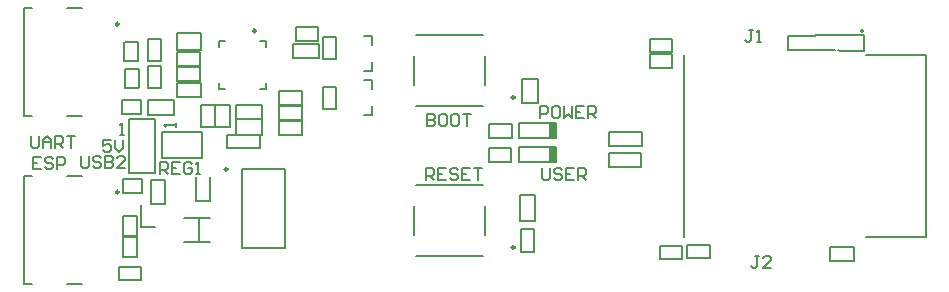
<source format=gto>
G04*
G04 #@! TF.GenerationSoftware,Altium Limited,Altium Designer,24.8.2 (39)*
G04*
G04 Layer_Color=65535*
%FSLAX25Y25*%
%MOIN*%
G70*
G04*
G04 #@! TF.SameCoordinates,54D4AE81-F579-4C1F-815F-76D8A96FC484*
G04*
G04*
G04 #@! TF.FilePolarity,Positive*
G04*
G01*
G75*
%ADD10C,0.00787*%
%ADD11C,0.00984*%
%ADD12C,0.00600*%
%ADD13C,0.00500*%
%ADD14R,0.02500X0.05000*%
D10*
X277894Y88300D02*
G03*
X277894Y88300I-394J0D01*
G01*
X128878Y13189D02*
X151122D01*
X128189Y20177D02*
Y29823D01*
X128878Y36811D02*
X151122D01*
X151811Y20177D02*
Y29823D01*
X128878Y63189D02*
X151122D01*
X128189Y70177D02*
Y79823D01*
X128878Y86811D02*
X151122D01*
X151811Y70177D02*
Y79823D01*
X111458Y60391D02*
X114017D01*
Y63246D01*
X111458Y71809D02*
X114017D01*
Y68954D02*
Y71809D01*
X111500Y75091D02*
X114059D01*
Y77946D01*
X111500Y86509D02*
X114059D01*
Y83654D02*
Y86509D01*
X12559Y95984D02*
X17480D01*
X-1909D02*
X945D01*
X-1909Y60000D02*
Y95984D01*
X12559Y60000D02*
X17480D01*
X-1909D02*
X945D01*
X12559Y40000D02*
X17480D01*
X-1909D02*
X945D01*
X-1909Y4016D02*
Y40000D01*
X12559Y4016D02*
X17480D01*
X-1909D02*
X945D01*
X76906Y84874D02*
X78874D01*
Y82906D02*
Y84874D01*
X63126D02*
X65095D01*
X63126Y82906D02*
Y84874D01*
X76906Y69126D02*
X78874D01*
Y71095D01*
X63126Y69126D02*
X65095D01*
X63126D02*
Y71095D01*
X70717Y15811D02*
Y42189D01*
X85283Y15811D02*
Y42189D01*
X70717D02*
X85283D01*
X70717Y15811D02*
X85283D01*
D11*
X161752Y16142D02*
G03*
X161752Y16142I-492J0D01*
G01*
Y66142D02*
G03*
X161752Y66142I-492J0D01*
G01*
X29783Y90571D02*
G03*
X29783Y90571I-492J0D01*
G01*
Y34587D02*
G03*
X29783Y34587I-492J0D01*
G01*
X75429Y88360D02*
G03*
X75429Y88360I-492J0D01*
G01*
X65992Y42189D02*
G03*
X65992Y42189I-492J0D01*
G01*
D12*
X269500Y82100D02*
X270100Y81500D01*
X278000D01*
Y86900D01*
X269100D02*
X278000D01*
X57000Y56300D02*
Y63800D01*
X61700D01*
Y56300D02*
Y63800D01*
X57000Y56300D02*
X61700D01*
X261700Y82000D02*
X268500D01*
X252700Y86800D02*
X261700D01*
X252700Y82000D02*
Y86800D01*
Y82000D02*
X261700D01*
Y86900D02*
X269100D01*
X56400Y18000D02*
Y26100D01*
X51400Y18000D02*
X56400D01*
X51400Y26100D02*
X56400D01*
X48000Y60400D02*
Y65300D01*
X39600D02*
X48000D01*
X39600Y60400D02*
Y65300D01*
Y60400D02*
X48000D01*
X87800Y79300D02*
X96600D01*
X87800D02*
Y84000D01*
X44300Y54550D02*
X57400D01*
X44300Y46050D02*
X57400D01*
Y54550D01*
X44300Y46050D02*
Y54550D01*
X36300Y78200D02*
Y78700D01*
X31600Y78200D02*
X36300D01*
X31600D02*
Y84500D01*
X36300Y78700D02*
Y84600D01*
X31700D02*
X36300D01*
X173130Y49500D02*
X175630D01*
Y44500D02*
Y49500D01*
X173130Y44500D02*
X175630D01*
X163130Y49500D02*
X173130D01*
X163130Y44500D02*
Y49500D01*
Y44500D02*
X173130D01*
X192999Y47500D02*
X200399D01*
X192999Y43100D02*
X200399D01*
X192999D02*
Y47500D01*
X196601Y50100D02*
X204001D01*
X196601Y54500D02*
X204001D01*
Y50100D02*
Y54500D01*
X196401Y43100D02*
X203801D01*
X196401Y47500D02*
X203801D01*
Y43100D02*
Y47500D01*
X37300Y22999D02*
Y30399D01*
Y22999D02*
X41700D01*
X45200Y30600D02*
Y38500D01*
X40600D02*
X45200D01*
X40600Y30600D02*
Y38500D01*
Y30600D02*
X45200D01*
X33250Y59000D02*
X41750D01*
Y41000D02*
Y59000D01*
X33250Y41000D02*
X41750D01*
X33250D02*
Y59000D01*
X56400Y26100D02*
X60200D01*
X56400Y18000D02*
Y26100D01*
Y18000D02*
X60100D01*
X97800Y79001D02*
Y86401D01*
X102200D01*
Y79001D02*
Y86401D01*
X97800Y79001D02*
X102200D01*
X87800Y84000D02*
X96600D01*
Y79300D02*
Y84000D01*
X88701Y85100D02*
X96101D01*
X88701D02*
Y89500D01*
X96101D01*
Y85100D02*
Y89500D01*
X168200Y14800D02*
Y22200D01*
X163800Y14800D02*
X168200D01*
X163800D02*
Y22200D01*
X168200D01*
X163400Y33600D02*
X168500D01*
Y25000D02*
Y33600D01*
X163400Y25000D02*
X168500D01*
X163400D02*
Y33600D01*
X163130Y52500D02*
X173130D01*
X163130D02*
Y57500D01*
X173130D01*
Y52500D02*
X175630D01*
Y57500D01*
X173130D02*
X175630D01*
X30900Y60700D02*
Y65300D01*
X36800D01*
X31000Y60600D02*
X37300D01*
Y65300D01*
X36800D02*
X37300D01*
X31700Y69400D02*
X36300D01*
X31700D02*
Y75300D01*
X36400Y69500D02*
Y75800D01*
X31700D02*
X36400D01*
X31700Y75300D02*
Y75800D01*
X31200Y34500D02*
Y39100D01*
X37100D01*
X31300Y34400D02*
X37600D01*
Y39100D01*
X37100D02*
X37600D01*
X31200Y26480D02*
X35800D01*
Y20580D02*
Y26480D01*
X31100Y20079D02*
Y26379D01*
Y20079D02*
X35800D01*
Y20580D01*
X31100Y13121D02*
X35700D01*
X31100D02*
Y19020D01*
X35800Y13220D02*
Y19521D01*
X31100D02*
X35800D01*
X31100Y19020D02*
Y19521D01*
X65800Y49300D02*
Y53700D01*
Y49300D02*
X73200D01*
X65800Y53700D02*
X73200D01*
X76700Y49300D02*
Y53700D01*
X69300D02*
X76700D01*
X69300Y49300D02*
X76700D01*
X49300Y71800D02*
Y76200D01*
Y71800D02*
X56700D01*
Y76200D01*
X49300D02*
X56700D01*
X49300Y76800D02*
Y81200D01*
Y76800D02*
X56700D01*
Y81200D01*
X49300D02*
X56700D01*
X90700Y53800D02*
Y58200D01*
X83300D02*
X90700D01*
X83300Y53800D02*
Y58200D01*
Y53800D02*
X90700D01*
X83300Y63800D02*
Y68200D01*
Y63800D02*
X90700D01*
Y68200D01*
X83300D02*
X90700D01*
X39500Y76700D02*
X43900D01*
X39500Y69300D02*
Y76700D01*
Y69300D02*
X43900D01*
Y76700D01*
X39500Y78301D02*
X43900D01*
Y85701D01*
X39500D02*
X43900D01*
X39500Y78301D02*
Y85701D01*
X90700Y58800D02*
Y63200D01*
X83300D02*
X90700D01*
X83300Y58800D02*
Y63200D01*
Y58800D02*
X90700D01*
X37200Y5300D02*
Y9700D01*
X29800D02*
X37200D01*
X29800Y5300D02*
Y9700D01*
Y5300D02*
X37200D01*
X160700Y52800D02*
Y57200D01*
X153300D02*
X160700D01*
X153300Y52800D02*
Y57200D01*
Y52800D02*
X160700D01*
X160401Y44800D02*
Y49200D01*
X153001D02*
X160401D01*
X153001Y44800D02*
Y49200D01*
Y44800D02*
X160401D01*
X97700Y62401D02*
X102100D01*
Y69801D01*
X97700D02*
X102100D01*
X97700Y62401D02*
Y69801D01*
X217500Y12400D02*
Y16800D01*
X210100D02*
X217500D01*
X210100Y12400D02*
Y16800D01*
Y12400D02*
X217500D01*
X226700Y12500D02*
Y16900D01*
X219300D02*
X226700D01*
X219300Y12500D02*
Y16900D01*
Y12500D02*
X226700D01*
X206800Y81300D02*
Y85700D01*
Y81300D02*
X214200D01*
Y85700D01*
X206800D02*
X214200D01*
X206700Y76100D02*
Y80500D01*
Y76100D02*
X214100D01*
Y80500D01*
X206700D02*
X214100D01*
X193199Y50100D02*
Y54500D01*
Y50100D02*
X200599D01*
X193199Y54500D02*
X200599D01*
X68700Y59000D02*
Y63600D01*
X77400D01*
Y59000D02*
Y63600D01*
X68700Y59000D02*
X77400D01*
X68700Y53700D02*
X77400D01*
Y59000D01*
X68700D02*
X77400D01*
X68700Y53700D02*
Y59000D01*
X266800Y16400D02*
X274700D01*
X266800Y11600D02*
Y16400D01*
Y11600D02*
X274700D01*
Y16400D01*
X61700Y63800D02*
X66800D01*
Y56300D02*
Y63800D01*
X61700Y56300D02*
X66800D01*
X61700D02*
Y63800D01*
X57000Y66400D02*
Y71000D01*
X49200Y66400D02*
X57000D01*
X49200D02*
Y71000D01*
X57000D01*
X49100Y87800D02*
X57100D01*
X49100Y82100D02*
Y87800D01*
Y82100D02*
X57100D01*
Y87800D01*
X55400Y31700D02*
Y39600D01*
Y31700D02*
X60100D01*
Y39600D01*
X169400Y64200D02*
Y72200D01*
X164300D02*
X169400D01*
X164300Y64200D02*
Y72200D01*
Y64200D02*
X169400D01*
X43600Y40800D02*
Y44799D01*
X45599D01*
X46266Y44132D01*
Y42799D01*
X45599Y42133D01*
X43600D01*
X44933D02*
X46266Y40800D01*
X50265Y44799D02*
X47599D01*
Y40800D01*
X50265D01*
X47599Y42799D02*
X48932D01*
X54263Y44132D02*
X53597Y44799D01*
X52264D01*
X51597Y44132D01*
Y41466D01*
X52264Y40800D01*
X53597D01*
X54263Y41466D01*
Y42799D01*
X52930D01*
X55596Y40800D02*
X56929D01*
X56263D01*
Y44799D01*
X55596Y44132D01*
X170900Y42799D02*
Y39466D01*
X171566Y38800D01*
X172899D01*
X173566Y39466D01*
Y42799D01*
X177565Y42132D02*
X176898Y42799D01*
X175565D01*
X174899Y42132D01*
Y41466D01*
X175565Y40799D01*
X176898D01*
X177565Y40133D01*
Y39466D01*
X176898Y38800D01*
X175565D01*
X174899Y39466D01*
X181563Y42799D02*
X178897D01*
Y38800D01*
X181563D01*
X178897Y40799D02*
X180230D01*
X182896Y38800D02*
Y42799D01*
X184896D01*
X185562Y42132D01*
Y40799D01*
X184896Y40133D01*
X182896D01*
X184229D02*
X185562Y38800D01*
X170100Y59200D02*
Y63199D01*
X172099D01*
X172766Y62532D01*
Y61199D01*
X172099Y60533D01*
X170100D01*
X176098Y63199D02*
X174765D01*
X174099Y62532D01*
Y59866D01*
X174765Y59200D01*
X176098D01*
X176765Y59866D01*
Y62532D01*
X176098Y63199D01*
X178097D02*
Y59200D01*
X179430Y60533D01*
X180763Y59200D01*
Y63199D01*
X184762D02*
X182096D01*
Y59200D01*
X184762D01*
X182096Y61199D02*
X183429D01*
X186095Y59200D02*
Y63199D01*
X188094D01*
X188761Y62532D01*
Y61199D01*
X188094Y60533D01*
X186095D01*
X187428D02*
X188761Y59200D01*
X132022Y38574D02*
Y42573D01*
X134021D01*
X134688Y41906D01*
Y40573D01*
X134021Y39907D01*
X132022D01*
X133355D02*
X134688Y38574D01*
X138687Y42573D02*
X136021D01*
Y38574D01*
X138687D01*
X136021Y40573D02*
X137354D01*
X142685Y41906D02*
X142019Y42573D01*
X140686D01*
X140019Y41906D01*
Y41240D01*
X140686Y40573D01*
X142019D01*
X142685Y39907D01*
Y39240D01*
X142019Y38574D01*
X140686D01*
X140019Y39240D01*
X146684Y42573D02*
X144018D01*
Y38574D01*
X146684D01*
X144018Y40573D02*
X145351D01*
X148017Y42573D02*
X150683D01*
X149350D01*
Y38574D01*
X132522Y60573D02*
Y56574D01*
X134521D01*
X135188Y57240D01*
Y57907D01*
X134521Y58573D01*
X132522D01*
X134521D01*
X135188Y59240D01*
Y59906D01*
X134521Y60573D01*
X132522D01*
X138520D02*
X137187D01*
X136521Y59906D01*
Y57240D01*
X137187Y56574D01*
X138520D01*
X139187Y57240D01*
Y59906D01*
X138520Y60573D01*
X142519D02*
X141186D01*
X140519Y59906D01*
Y57240D01*
X141186Y56574D01*
X142519D01*
X143185Y57240D01*
Y59906D01*
X142519Y60573D01*
X144518D02*
X147184D01*
X145851D01*
Y56574D01*
X27266Y52099D02*
X24600D01*
Y50099D01*
X25933Y50766D01*
X26599D01*
X27266Y50099D01*
Y48766D01*
X26599Y48100D01*
X25267D01*
X24600Y48766D01*
X28599Y52099D02*
Y49433D01*
X29932Y48100D01*
X31264Y49433D01*
Y52099D01*
X17100Y46599D02*
Y43266D01*
X17766Y42600D01*
X19099D01*
X19766Y43266D01*
Y46599D01*
X23765Y45932D02*
X23098Y46599D01*
X21765D01*
X21099Y45932D01*
Y45266D01*
X21765Y44599D01*
X23098D01*
X23765Y43933D01*
Y43266D01*
X23098Y42600D01*
X21765D01*
X21099Y43266D01*
X25097Y46599D02*
Y42600D01*
X27097D01*
X27763Y43266D01*
Y43933D01*
X27097Y44599D01*
X25097D01*
X27097D01*
X27763Y45266D01*
Y45932D01*
X27097Y46599D01*
X25097D01*
X31762Y42600D02*
X29096D01*
X31762Y45266D01*
Y45932D01*
X31095Y46599D01*
X29763D01*
X29096Y45932D01*
X500Y53299D02*
Y49966D01*
X1166Y49300D01*
X2499D01*
X3166Y49966D01*
Y53299D01*
X4499Y49300D02*
Y51966D01*
X5832Y53299D01*
X7164Y51966D01*
Y49300D01*
Y51299D01*
X4499D01*
X8497Y49300D02*
Y53299D01*
X10497D01*
X11163Y52632D01*
Y51299D01*
X10497Y50633D01*
X8497D01*
X9830D02*
X11163Y49300D01*
X12496Y53299D02*
X15162D01*
X13829D01*
Y49300D01*
X3766Y46299D02*
X1100D01*
Y42300D01*
X3766D01*
X1100Y44299D02*
X2433D01*
X7764Y45632D02*
X7098Y46299D01*
X5765D01*
X5099Y45632D01*
Y44966D01*
X5765Y44299D01*
X7098D01*
X7764Y43633D01*
Y42966D01*
X7098Y42300D01*
X5765D01*
X5099Y42966D01*
X9097Y42300D02*
Y46299D01*
X11097D01*
X11763Y45632D01*
Y44299D01*
X11097Y43633D01*
X9097D01*
X243166Y13299D02*
X241833D01*
X242499D01*
Y9967D01*
X241833Y9300D01*
X241166D01*
X240500Y9967D01*
X247165Y9300D02*
X244499D01*
X247165Y11966D01*
Y12632D01*
X246498Y13299D01*
X245165D01*
X244499Y12632D01*
X241266Y88599D02*
X239933D01*
X240599D01*
Y85266D01*
X239933Y84600D01*
X239266D01*
X238600Y85266D01*
X242599Y84600D02*
X243932D01*
X243265D01*
Y88599D01*
X242599Y87932D01*
X48700Y56400D02*
Y57733D01*
Y57066D01*
X44701D01*
X45368Y56400D01*
X30200Y53500D02*
X31533D01*
X30866D01*
Y57499D01*
X30200Y56832D01*
D13*
X298736Y19724D02*
Y80354D01*
X278854Y19724D02*
X298736D01*
X218028D02*
Y80354D01*
X278854D02*
X298736D01*
D14*
X174380Y47000D02*
D03*
Y55000D02*
D03*
M02*

</source>
